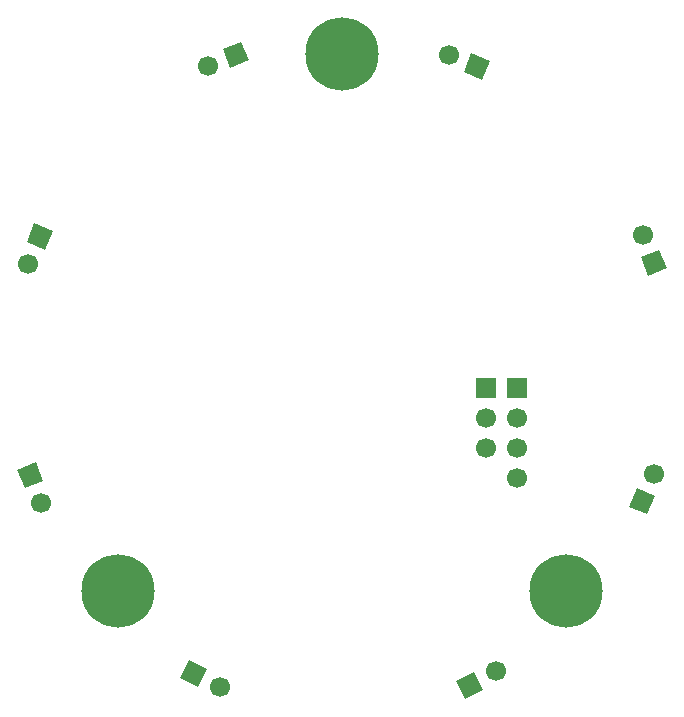
<source format=gbs>
G04 #@! TF.FileFunction,Soldermask,Bot*
%FSLAX46Y46*%
G04 Gerber Fmt 4.6, Leading zero omitted, Abs format (unit mm)*
G04 Created by KiCad (PCBNEW (2015-08-16 BZR 6097, Git b384c94)-product) date 22.08.2015 13:39:35*
%MOMM*%
G01*
G04 APERTURE LIST*
%ADD10C,0.150000*%
%ADD11C,6.200000*%
%ADD12R,1.700000X1.700000*%
%ADD13C,1.700000*%
G04 APERTURE END LIST*
D10*
D11*
X150000000Y-82500000D03*
X169000000Y-128000000D03*
X131000000Y-128000000D03*
D12*
X162200000Y-110800000D03*
D13*
X162200000Y-113340000D03*
X162200000Y-115880000D03*
D12*
X164800000Y-110800000D03*
D13*
X164800000Y-113340000D03*
X164800000Y-115880000D03*
X164800000Y-118420000D03*
D10*
G36*
X122493478Y-117730309D02*
X124069691Y-117093478D01*
X124706522Y-118669691D01*
X123130309Y-119306522D01*
X122493478Y-117730309D01*
X122493478Y-117730309D01*
G37*
D13*
X124551501Y-120555047D03*
D10*
G36*
X136256753Y-135371464D02*
X137028536Y-133856753D01*
X138543247Y-134628536D01*
X137771464Y-136143247D01*
X136256753Y-135371464D01*
X136256753Y-135371464D01*
G37*
D13*
X139663157Y-136153136D03*
D10*
G36*
X141469691Y-81493478D02*
X142106522Y-83069691D01*
X140530309Y-83706522D01*
X139893478Y-82130309D01*
X141469691Y-81493478D01*
X141469691Y-81493478D01*
G37*
D13*
X138644953Y-83551501D03*
D10*
G36*
X123949692Y-96885449D02*
X125514551Y-97549692D01*
X124850308Y-99114551D01*
X123285449Y-98450308D01*
X123949692Y-96885449D01*
X123949692Y-96885449D01*
G37*
D13*
X123407543Y-100338082D03*
D10*
G36*
X177506522Y-100669691D02*
X175930309Y-101306522D01*
X175293478Y-99730309D01*
X176869691Y-99093478D01*
X177506522Y-100669691D01*
X177506522Y-100669691D01*
G37*
D13*
X175448499Y-97844953D03*
D10*
G36*
X162514551Y-83149692D02*
X161850308Y-84714551D01*
X160285449Y-84050308D01*
X160949692Y-82485449D01*
X162514551Y-83149692D01*
X162514551Y-83149692D01*
G37*
D13*
X159061918Y-82607543D03*
D10*
G36*
X175850308Y-121514551D02*
X174285449Y-120850308D01*
X174949692Y-119285449D01*
X176514551Y-119949692D01*
X175850308Y-121514551D01*
X175850308Y-121514551D01*
G37*
D13*
X176392457Y-118061918D03*
D10*
G36*
X160448545Y-137149556D02*
X159650444Y-135648545D01*
X161151455Y-134850444D01*
X161949556Y-136351455D01*
X160448545Y-137149556D01*
X160448545Y-137149556D01*
G37*
D13*
X163042687Y-134807542D03*
M02*

</source>
